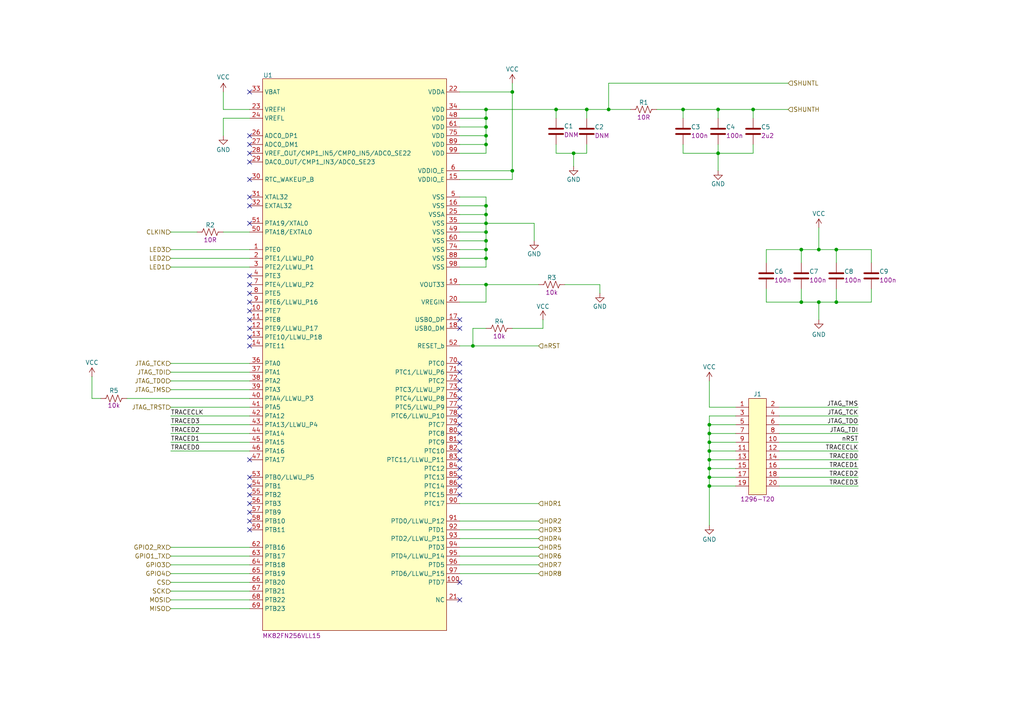
<source format=kicad_sch>
(kicad_sch (version 20231120) (generator "eeschema") (generator_version "8.0")
  (paper "A4")
  (lib_symbols
    (symbol "0603_Yageo_Res:RES_10R_0603" (pin_numbers hide)
      (property "Reference" "R" (at -20.32 5.08 0))
      (property "Display Value" "10R" (at 15.24 5.08 0))
      (symbol "RES_10R_0603_0_1"
        (polyline (pts (xy -2.286 0) (xy -2.54 0)))
        (polyline (pts (xy 2.286 0) (xy 2.54 0)))
        (polyline (pts (xy -2.286 0) (xy -1.905 1.016) (xy -1.524 0) (xy -1.143 -1.016) (xy -0.762 0)))
        (polyline (pts (xy -0.762 0) (xy -0.381 1.016) (xy 0 0) (xy 0.381 -1.016) (xy 0.762 0)))
        (polyline (pts (xy 0.762 0) (xy 1.143 1.016) (xy 1.524 0) (xy 1.905 -1.016) (xy 2.286 0)))
      )
      (symbol "RES_10R_0603_1_1"
        (pin passive line (at -3.81 0 0) (length 1.27) (name "~") (number "1"))
        (pin passive line (at 3.81 0 180) (length 1.27) (name "~") (number "2"))
      )
    )
    (symbol "0603_Yageo_Res:RES_10k_0603" (pin_numbers hide)
      (property "Reference" "R" (at -20.32 5.08 0))
      (property "Display Value" "10k" (at 15.24 5.08 0))
      (symbol "RES_10k_0603_0_1"
        (polyline (pts (xy -2.286 0) (xy -2.54 0)))
        (polyline (pts (xy 2.286 0) (xy 2.54 0)))
        (polyline (pts (xy -2.286 0) (xy -1.905 1.016) (xy -1.524 0) (xy -1.143 -1.016) (xy -0.762 0)))
        (polyline (pts (xy -0.762 0) (xy -0.381 1.016) (xy 0 0) (xy 0.381 -1.016) (xy 0.762 0)))
        (polyline (pts (xy 0.762 0) (xy 1.143 1.016) (xy 1.524 0) (xy 1.905 -1.016) (xy 2.286 0)))
      )
      (symbol "RES_10k_0603_1_1"
        (pin passive line (at -3.81 0 0) (length 1.27) (name "~") (number "1"))
        (pin passive line (at 3.81 0 180) (length 1.27) (name "~") (number "2"))
      )
    )
    (symbol "nae_caps:CAP_100n_6.3V_0603" (pin_numbers hide)
      (property "Reference" "C" (at -20.32 5.08 0))
      (property "Display Value" "100n" (at 15.24 5.08 0))
      (symbol "CAP_100n_6.3V_0603_0_1"
        (polyline (pts (xy -0.762 -2.032) (xy -0.762 2.032)) (stroke (width 0.508)))
        (polyline (pts (xy 0.762 -2.032) (xy 0.762 2.032)) (stroke (width 0.508)))
      )
      (symbol "CAP_100n_6.3V_0603_1_1"
        (pin passive line (at -3.81 0 0) (length 2.794) (name "~") (number "1"))
        (pin passive line (at 3.81 0 180) (length 2.794) (name "~") (number "2"))
      )
    )
    (symbol "nae_caps:CAP_2u2_6.3V_0603" (pin_numbers hide)
      (property "Reference" "C" (at -20.32 5.08 0))
      (property "Display Value" "2u2" (at 15.24 5.08 0))
      (symbol "CAP_2u2_6.3V_0603_0_1"
        (polyline (pts (xy -0.762 -2.032) (xy -0.762 2.032)) (stroke (width 0.508)))
        (polyline (pts (xy 0.762 -2.032) (xy 0.762 2.032)) (stroke (width 0.508)))
      )
      (symbol "CAP_2u2_6.3V_0603_1_1"
        (pin passive line (at -3.81 0 0) (length 2.794) (name "~") (number "1"))
        (pin passive line (at 3.81 0 180) (length 2.794) (name "~") (number "2"))
      )
    )
    (symbol "power:GND" (power) (pin_numbers hide) (pin_names (offset 0) hide)
      (property "Value" "GND" (at 0 -3.81 0))
      (symbol "GND_0_1"
        (polyline (pts (xy 0 0) (xy 0 -1.27) (xy 1.27 -1.27) (xy 0 -2.54) (xy -1.27 -1.27) (xy 0 -1.27)))
      )
      (symbol "GND_1_1"
        (pin power_in line (at 0 0 270) (length 0) (name "~") (number "1"))
      )
    )
    (symbol "power:VCC" (power) (pin_numbers hide) (pin_names (offset 0) hide)
      (property "Value" "VCC" (at 0 3.556 0))
      (symbol "VCC_0_1"
        (polyline (pts (xy -0.762 1.27) (xy 0 2.54)))
        (polyline (pts (xy 0 0) (xy 0 2.54)))
        (polyline (pts (xy 0 2.54) (xy 0.762 1.27)))
      )
      (symbol "VCC_1_1"
        (pin power_in line (at 0 0 90) (length 0) (name "~") (number "1"))
      )
    )
    (symbol "tutorial_2_library:20_pin_header"
      (property "Reference" "J" (at -2.54 3.81 0))
      (property "Display Value" "1296-T20" (at 0 -26.67 0))
      (symbol "20_pin_header_1_1"
        (rectangle (start -2.54 2.54) (end 2.54 -25.4) (fill (type background)))
        (pin unspecified line (at -6.35 0 0) (length 3.81) (name "") (number "1"))
        (pin unspecified line (at 6.35 -10.16 180) (length 3.81) (name "") (number "10"))
        (pin unspecified line (at -6.35 -12.7 0) (length 3.81) (name "") (number "11"))
        (pin unspecified line (at 6.35 -12.7 180) (length 3.81) (name "") (number "12"))
        (pin unspecified line (at -6.35 -15.24 0) (length 3.81) (name "") (number "13"))
        (pin unspecified line (at 6.35 -15.24 180) (length 3.81) (name "") (number "14"))
        (pin unspecified line (at -6.35 -17.78 0) (length 3.81) (name "") (number "15"))
        (pin unspecified line (at 6.35 -17.78 180) (length 3.81) (name "") (number "16"))
        (pin unspecified line (at -6.35 -20.32 0) (length 3.81) (name "") (number "17"))
        (pin unspecified line (at 6.35 -20.32 180) (length 3.81) (name "") (number "18"))
        (pin unspecified line (at -6.35 -22.86 0) (length 3.81) (name "") (number "19"))
        (pin unspecified line (at 6.35 0 180) (length 3.81) (name "") (number "2"))
        (pin unspecified line (at 6.35 -22.86 180) (length 3.81) (name "") (number "20"))
        (pin unspecified line (at -6.35 -2.54 0) (length 3.81) (name "") (number "3"))
        (pin unspecified line (at 6.35 -2.54 180) (length 3.81) (name "") (number "4"))
        (pin unspecified line (at -6.35 -5.08 0) (length 3.81) (name "") (number "5"))
        (pin unspecified line (at 6.35 -5.08 180) (length 3.81) (name "") (number "6"))
        (pin unspecified line (at -6.35 -7.62 0) (length 3.81) (name "") (number "7"))
        (pin unspecified line (at 6.35 -7.62 180) (length 3.81) (name "") (number "8"))
        (pin unspecified line (at -6.35 -10.16 0) (length 3.81) (name "") (number "9"))
      )
    )
    (symbol "tutorial_2_library:DNM_0603_cap" (pin_numbers hide)
      (property "Reference" "C" (at -20.32 5.08 0))
      (property "Display Value" "DNM" (at 15.24 5.08 0))
      (symbol "DNM_0603_cap_0_1"
        (polyline (pts (xy -0.762 -2.032) (xy -0.762 2.032)) (stroke (width 0.508)))
        (polyline (pts (xy 0.762 -2.032) (xy 0.762 2.032)) (stroke (width 0.508)))
      )
      (symbol "DNM_0603_cap_1_1"
        (pin passive line (at -3.81 0 0) (length 2.794) (name "~") (number "1"))
        (pin passive line (at 3.81 0 180) (length 2.794) (name "~") (number "2"))
      )
    )
    (symbol "tutorial_2_library:MK82FN256VLL15"
      (property "Reference" "U" (at -25.4 5.08 0))
      (property "Display Value" "MK82FN256VLL15" (at -17.78 -158.75 0))
      (symbol "MK82FN256VLL15_1_1"
        (rectangle (start -26.67 3.81) (end 26.67 -156.21) (fill (type background)))
        (pin unspecified line (at -30.48 -45.72 0) (length 3.81) (name "PTE0") (number "1"))
        (pin unspecified line (at -30.48 -63.5 0) (length 3.81) (name "PTE7") (number "10"))
        (pin unspecified line (at 30.48 -142.24 180) (length 3.81) (name "PTD7") (number "100"))
        (pin unspecified line (at -30.48 -66.04 0) (length 3.81) (name "PTE8") (number "11"))
        (pin unspecified line (at -30.48 -68.58 0) (length 3.81) (name "PTE9/LLWU_P17") (number "12"))
        (pin unspecified line (at -30.48 -71.12 0) (length 3.81) (name "PTE10/LLWU_P18") (number "13"))
        (pin unspecified line (at -30.48 -73.66 0) (length 3.81) (name "PTE11") (number "14"))
        (pin unspecified line (at 30.48 -25.4 180) (length 3.81) (name "VDDIO_E") (number "15"))
        (pin unspecified line (at 30.48 -33.02 180) (length 3.81) (name "VSS") (number "16"))
        (pin unspecified line (at 30.48 -66.04 180) (length 3.81) (name "USB0_DP") (number "17"))
        (pin unspecified line (at 30.48 -68.58 180) (length 3.81) (name "USB0_DM") (number "18"))
        (pin unspecified line (at 30.48 -55.88 180) (length 3.81) (name "VOUT33") (number "19"))
        (pin unspecified line (at -30.48 -48.26 0) (length 3.81) (name "PTE1/LLWU_P0") (number "2"))
        (pin unspecified line (at 30.48 -60.96 180) (length 3.81) (name "VREGIN") (number "20"))
        (pin unspecified line (at 30.48 -147.32 180) (length 3.81) (name "NC") (number "21"))
        (pin unspecified line (at 30.48 0 180) (length 3.81) (name "VDDA") (number "22"))
        (pin unspecified line (at -30.48 -5.08 0) (length 3.81) (name "VREFH") (number "23"))
        (pin unspecified line (at -30.48 -7.62 0) (length 3.81) (name "VREFL") (number "24"))
        (pin unspecified line (at 30.48 -35.56 180) (length 3.81) (name "VSSA") (number "25"))
        (pin unspecified line (at -30.48 -12.7 0) (length 3.81) (name "ADC0_DP1") (number "26"))
        (pin unspecified line (at -30.48 -15.24 0) (length 3.81) (name "ADC0_DM1") (number "27"))
        (pin unspecified line (at -30.48 -17.78 0) (length 3.81) (name "VREF_OUT/CMP1_IN5/CMP0_IN5/ADC0_SE22") (number "28"))
        (pin unspecified line (at -30.48 -20.32 0) (length 3.81) (name "DAC0_OUT/CMP1_IN3/ADC0_SE23") (number "29"))
        (pin unspecified line (at -30.48 -50.8 0) (length 3.81) (name "PTE2/LLWU_P1") (number "3"))
        (pin unspecified line (at -30.48 -25.4 0) (length 3.81) (name "RTC_WAKEUP_B") (number "30"))
        (pin unspecified line (at -30.48 -30.48 0) (length 3.81) (name "XTAL32") (number "31"))
        (pin unspecified line (at -30.48 -33.02 0) (length 3.81) (name "EXTAL32") (number "32"))
        (pin unspecified line (at -30.48 0 0) (length 3.81) (name "VBAT") (number "33"))
        (pin unspecified line (at 30.48 -5.08 180) (length 3.81) (name "VDD") (number "34"))
        (pin unspecified line (at 30.48 -38.1 180) (length 3.81) (name "VSS") (number "35"))
        (pin unspecified line (at -30.48 -78.74 0) (length 3.81) (name "PTA0") (number "36"))
        (pin unspecified line (at -30.48 -81.28 0) (length 3.81) (name "PTA1") (number "37"))
        (pin unspecified line (at -30.48 -83.82 0) (length 3.81) (name "PTA2") (number "38"))
        (pin unspecified line (at -30.48 -86.36 0) (length 3.81) (name "PTA3") (number "39"))
        (pin unspecified line (at -30.48 -53.34 0) (length 3.81) (name "PTE3") (number "4"))
        (pin unspecified line (at -30.48 -88.9 0) (length 3.81) (name "PTA4/LLWU_P3") (number "40"))
        (pin unspecified line (at -30.48 -91.44 0) (length 3.81) (name "PTA5") (number "41"))
        (pin unspecified line (at -30.48 -93.98 0) (length 3.81) (name "PTA12") (number "42"))
        (pin unspecified line (at -30.48 -96.52 0) (length 3.81) (name "PTA13/LLWU_P4") (number "43"))
        (pin unspecified line (at -30.48 -99.06 0) (length 3.81) (name "PTA14") (number "44"))
        (pin unspecified line (at -30.48 -101.6 0) (length 3.81) (name "PTA15") (number "45"))
        (pin unspecified line (at -30.48 -104.14 0) (length 3.81) (name "PTA16") (number "46"))
        (pin unspecified line (at -30.48 -106.68 0) (length 3.81) (name "PTA17") (number "47"))
        (pin unspecified line (at 30.48 -7.62 180) (length 3.81) (name "VDD") (number "48"))
        (pin unspecified line (at 30.48 -40.64 180) (length 3.81) (name "VSS") (number "49"))
        (pin unspecified line (at 30.48 -30.48 180) (length 3.81) (name "VSS") (number "5"))
        (pin unspecified line (at -30.48 -40.64 0) (length 3.81) (name "PTA18/EXTAL0") (number "50"))
        (pin unspecified line (at -30.48 -38.1 0) (length 3.81) (name "PTA19/XTAL0") (number "51"))
        (pin unspecified line (at 30.48 -73.66 180) (length 3.81) (name "RESET_b") (number "52"))
        (pin unspecified line (at -30.48 -111.76 0) (length 3.81) (name "PTB0/LLWU_P5") (number "53"))
        (pin unspecified line (at -30.48 -114.3 0) (length 3.81) (name "PTB1") (number "54"))
        (pin unspecified line (at -30.48 -116.84 0) (length 3.81) (name "PTB2") (number "55"))
        (pin unspecified line (at -30.48 -119.38 0) (length 3.81) (name "PTB3") (number "56"))
        (pin unspecified line (at -30.48 -121.92 0) (length 3.81) (name "PTB9") (number "57"))
        (pin unspecified line (at -30.48 -124.46 0) (length 3.81) (name "PTB10") (number "58"))
        (pin unspecified line (at -30.48 -127 0) (length 3.81) (name "PTB11") (number "59"))
        (pin unspecified line (at 30.48 -22.86 180) (length 3.81) (name "VDDIO_E") (number "6"))
        (pin unspecified line (at 30.48 -43.18 180) (length 3.81) (name "VSS") (number "60"))
        (pin unspecified line (at 30.48 -10.16 180) (length 3.81) (name "VDD") (number "61"))
        (pin unspecified line (at -30.48 -132.08 0) (length 3.81) (name "PTB16") (number "62"))
        (pin unspecified line (at -30.48 -134.62 0) (length 3.81) (name "PTB17") (number "63"))
        (pin unspecified line (at -30.48 -137.16 0) (length 3.81) (name "PTB18") (number "64"))
        (pin unspecified line (at -30.48 -139.7 0) (length 3.81) (name "PTB19") (number "65"))
        (pin unspecified line (at -30.48 -142.24 0) (length 3.81) (name "PTB20") (number "66"))
        (pin unspecified line (at -30.48 -144.78 0) (length 3.81) (name "PTB21") (number "67"))
        (pin unspecified line (at -30.48 -147.32 0) (length 3.81) (name "PTB22") (number "68"))
        (pin unspecified line (at -30.48 -149.86 0) (length 3.81) (name "PTB23") (number "69"))
        (pin unspecified line (at -30.48 -55.88 0) (length 3.81) (name "PTE4/LLWU_P2") (number "7"))
        (pin unspecified line (at 30.48 -78.74 180) (length 3.81) (name "PTC0") (number "70"))
        (pin unspecified line (at 30.48 -81.28 180) (length 3.81) (name "PTC1/LLWU_P6") (number "71"))
        (pin unspecified line (at 30.48 -83.82 180) (length 3.81) (name "PTC2") (number "72"))
        (pin unspecified line (at 30.48 -86.36 180) (length 3.81) (name "PTC3/LLWU_P7") (number "73"))
        (pin unspecified line (at 30.48 -45.72 180) (length 3.81) (name "VSS") (number "74"))
        (pin unspecified line (at 30.48 -12.7 180) (length 3.81) (name "VDD") (number "75"))
        (pin unspecified line (at 30.48 -88.9 180) (length 3.81) (name "PTC4/LLWU_P8") (number "76"))
        (pin unspecified line (at 30.48 -91.44 180) (length 3.81) (name "PTC5/LLWU_P9") (number "77"))
        (pin unspecified line (at 30.48 -93.98 180) (length 3.81) (name "PTC6/LLWU_P10") (number "78"))
        (pin unspecified line (at 30.48 -96.52 180) (length 3.81) (name "PTC7") (number "79"))
        (pin unspecified line (at -30.48 -58.42 0) (length 3.81) (name "PTE5") (number "8"))
        (pin unspecified line (at 30.48 -99.06 180) (length 3.81) (name "PTC8") (number "80"))
        (pin unspecified line (at 30.48 -101.6 180) (length 3.81) (name "PTC9") (number "81"))
        (pin unspecified line (at 30.48 -104.14 180) (length 3.81) (name "PTC10") (number "82"))
        (pin unspecified line (at 30.48 -106.68 180) (length 3.81) (name "PTC11/LLWU_P11") (number "83"))
        (pin unspecified line (at 30.48 -109.22 180) (length 3.81) (name "PTC12") (number "84"))
        (pin unspecified line (at 30.48 -111.76 180) (length 3.81) (name "PTC13") (number "85"))
        (pin unspecified line (at 30.48 -114.3 180) (length 3.81) (name "PTC14") (number "86"))
        (pin unspecified line (at 30.48 -116.84 180) (length 3.81) (name "PTC15") (number "87"))
        (pin unspecified line (at 30.48 -48.26 180) (length 3.81) (name "VSS") (number "88"))
        (pin unspecified line (at 30.48 -15.24 180) (length 3.81) (name "VDD") (number "89"))
        (pin unspecified line (at -30.48 -60.96 0) (length 3.81) (name "PTE6/LLWU_P16") (number "9"))
        (pin unspecified line (at 30.48 -119.38 180) (length 3.81) (name "PTC17") (number "90"))
        (pin unspecified line (at 30.48 -124.46 180) (length 3.81) (name "PTD0/LLWU_P12") (number "91"))
        (pin unspecified line (at 30.48 -127 180) (length 3.81) (name "PTD1") (number "92"))
        (pin unspecified line (at 30.48 -129.54 180) (length 3.81) (name "PTD2/LLWU_P13") (number "93"))
        (pin unspecified line (at 30.48 -132.08 180) (length 3.81) (name "PTD3") (number "94"))
        (pin unspecified line (at 30.48 -134.62 180) (length 3.81) (name "PTD4/LLWU_P14") (number "95"))
        (pin unspecified line (at 30.48 -137.16 180) (length 3.81) (name "PTD5") (number "96"))
        (pin unspecified line (at 30.48 -139.7 180) (length 3.81) (name "PTD6/LLWU_P15") (number "97"))
        (pin unspecified line (at 30.48 -50.8 180) (length 3.81) (name "VSS") (number "98"))
        (pin unspecified line (at 30.48 -17.78 180) (length 3.81) (name "VDD") (number "99"))
      )
    )
  )
  (junction (at 237.49 87.63))
  (junction (at 140.97 69.85))
  (junction (at 170.18 31.75))
  (junction (at 176.53 31.75))
  (junction (at 148.59 49.53))
  (junction (at 140.97 34.29))
  (junction (at 242.57 72.39))
  (junction (at 205.74 128.27))
  (junction (at 205.74 130.81))
  (junction (at 242.57 87.63))
  (junction (at 166.37 44.45))
  (junction (at 205.74 133.35))
  (junction (at 198.12 31.75))
  (junction (at 140.97 72.39))
  (junction (at 232.41 87.63))
  (junction (at 140.97 31.75))
  (junction (at 148.59 26.67))
  (junction (at 205.74 123.19))
  (junction (at 161.29 31.75))
  (junction (at 237.49 72.39))
  (junction (at 205.74 135.89))
  (junction (at 140.97 82.55))
  (junction (at 205.74 140.97))
  (junction (at 208.28 31.75))
  (junction (at 205.74 125.73))
  (junction (at 218.44 31.75))
  (junction (at 205.74 138.43))
  (junction (at 140.97 36.83))
  (junction (at 232.41 72.39))
  (junction (at 140.97 64.77))
  (junction (at 137.16 100.33))
  (junction (at 208.28 44.45))
  (junction (at 140.97 74.93))
  (junction (at 140.97 62.23))
  (junction (at 140.97 39.37))
  (junction (at 140.97 67.31))
  (junction (at 140.97 59.69))
  (junction (at 140.97 41.91))
  (no_connect (at 133.35 110.49))
  (no_connect (at 72.39 151.13))
  (no_connect (at 72.39 26.67))
  (no_connect (at 133.35 107.95))
  (no_connect (at 133.35 120.65))
  (no_connect (at 133.35 133.35))
  (no_connect (at 133.35 138.43))
  (no_connect (at 72.39 140.97))
  (no_connect (at 72.39 87.63))
  (no_connect (at 133.35 125.73))
  (no_connect (at 133.35 135.89))
  (no_connect (at 133.35 173.99))
  (no_connect (at 133.35 130.81))
  (no_connect (at 72.39 64.77))
  (no_connect (at 72.39 153.67))
  (no_connect (at 133.35 115.57))
  (no_connect (at 72.39 52.07))
  (no_connect (at 72.39 59.69))
  (no_connect (at 72.39 143.51))
  (no_connect (at 72.39 133.35))
  (no_connect (at 72.39 82.55))
  (no_connect (at 72.39 90.17))
  (no_connect (at 72.39 80.01))
  (no_connect (at 133.35 123.19))
  (no_connect (at 72.39 100.33))
  (no_connect (at 133.35 168.91))
  (no_connect (at 72.39 95.25))
  (no_connect (at 72.39 92.71))
  (no_connect (at 133.35 92.71))
  (no_connect (at 72.39 57.15))
  (no_connect (at 133.35 128.27))
  (no_connect (at 72.39 44.45))
  (no_connect (at 72.39 41.91))
  (no_connect (at 72.39 85.09))
  (no_connect (at 72.39 146.05))
  (no_connect (at 72.39 46.99))
  (no_connect (at 133.35 95.25))
  (no_connect (at 133.35 113.03))
  (no_connect (at 72.39 97.79))
  (no_connect (at 72.39 39.37))
  (no_connect (at 133.35 118.11))
  (no_connect (at 72.39 148.59))
  (no_connect (at 72.39 138.43))
  (no_connect (at 133.35 143.51))
  (no_connect (at 133.35 105.41))
  (no_connect (at 133.35 140.97))
  (wire (pts (xy 166.37 44.45) (xy 166.37 48.26)))
  (wire (pts (xy 49.53 161.29) (xy 72.39 161.29)))
  (wire (pts (xy 166.37 44.45) (xy 170.18 44.45)))
  (wire (pts (xy 133.35 87.63) (xy 140.97 87.63)))
  (wire (pts (xy 252.73 72.39) (xy 252.73 76.2)))
  (wire (pts (xy 133.35 156.21) (xy 156.21 156.21)))
  (wire (pts (xy 237.49 72.39) (xy 242.57 72.39)))
  (wire (pts (xy 49.53 72.39) (xy 72.39 72.39)))
  (wire (pts (xy 205.74 120.65) (xy 205.74 123.19)))
  (wire (pts (xy 205.74 110.49) (xy 205.74 118.11)))
  (wire (pts (xy 133.35 41.91) (xy 140.97 41.91)))
  (wire (pts (xy 205.74 133.35) (xy 205.74 135.89)))
  (wire (pts (xy 133.35 72.39) (xy 140.97 72.39)))
  (wire (pts (xy 205.74 128.27) (xy 205.74 130.81)))
  (wire (pts (xy 208.28 44.45) (xy 218.44 44.45)))
  (wire (pts (xy 205.74 140.97) (xy 213.36 140.97)))
  (wire (pts (xy 36.83 115.57) (xy 72.39 115.57)))
  (wire (pts (xy 133.35 100.33) (xy 137.16 100.33)))
  (wire (pts (xy 161.29 44.45) (xy 166.37 44.45)))
  (wire (pts (xy 205.74 125.73) (xy 213.36 125.73)))
  (wire (pts (xy 232.41 72.39) (xy 232.41 76.2)))
  (wire (pts (xy 161.29 31.75) (xy 170.18 31.75)))
  (wire (pts (xy 133.35 31.75) (xy 140.97 31.75)))
  (wire (pts (xy 205.74 140.97) (xy 205.74 152.4)))
  (wire (pts (xy 176.53 24.13) (xy 228.6 24.13)))
  (wire (pts (xy 49.53 168.91) (xy 72.39 168.91)))
  (wire (pts (xy 133.35 77.47) (xy 140.97 77.47)))
  (wire (pts (xy 49.53 163.83) (xy 72.39 163.83)))
  (wire (pts (xy 49.53 171.45) (xy 72.39 171.45)))
  (wire (pts (xy 72.39 31.75) (xy 64.77 31.75)))
  (wire (pts (xy 64.77 67.31) (xy 72.39 67.31)))
  (wire (pts (xy 208.28 44.45) (xy 208.28 49.53)))
  (wire (pts (xy 176.53 31.75) (xy 176.53 24.13)))
  (wire (pts (xy 49.53 128.27) (xy 72.39 128.27)))
  (wire (pts (xy 49.53 74.93) (xy 72.39 74.93)))
  (wire (pts (xy 140.97 57.15) (xy 140.97 59.69)))
  (wire (pts (xy 218.44 44.45) (xy 218.44 41.91)))
  (wire (pts (xy 140.97 64.77) (xy 154.94 64.77)))
  (wire (pts (xy 205.74 125.73) (xy 205.74 128.27)))
  (wire (pts (xy 140.97 34.29) (xy 140.97 36.83)))
  (wire (pts (xy 154.94 64.77) (xy 154.94 69.85)))
  (wire (pts (xy 198.12 41.91) (xy 198.12 44.45)))
  (wire (pts (xy 237.49 87.63) (xy 237.49 92.71)))
  (wire (pts (xy 161.29 41.91) (xy 161.29 44.45)))
  (wire (pts (xy 133.35 163.83) (xy 156.21 163.83)))
  (wire (pts (xy 176.53 31.75) (xy 182.88 31.75)))
  (wire (pts (xy 237.49 87.63) (xy 242.57 87.63)))
  (wire (pts (xy 133.35 64.77) (xy 140.97 64.77)))
  (wire (pts (xy 252.73 87.63) (xy 252.73 83.82)))
  (wire (pts (xy 49.53 105.41) (xy 72.39 105.41)))
  (wire (pts (xy 226.06 128.27) (xy 248.92 128.27)))
  (wire (pts (xy 140.97 31.75) (xy 140.97 34.29)))
  (wire (pts (xy 218.44 31.75) (xy 228.6 31.75)))
  (wire (pts (xy 208.28 31.75) (xy 218.44 31.75)))
  (wire (pts (xy 213.36 118.11) (xy 205.74 118.11)))
  (wire (pts (xy 49.53 166.37) (xy 72.39 166.37)))
  (wire (pts (xy 133.35 62.23) (xy 140.97 62.23)))
  (wire (pts (xy 232.41 83.82) (xy 232.41 87.63)))
  (wire (pts (xy 208.28 44.45) (xy 208.28 41.91)))
  (wire (pts (xy 190.5 31.75) (xy 198.12 31.75)))
  (wire (pts (xy 222.25 83.82) (xy 222.25 87.63)))
  (wire (pts (xy 140.97 41.91) (xy 140.97 44.45)))
  (wire (pts (xy 133.35 39.37) (xy 140.97 39.37)))
  (wire (pts (xy 218.44 31.75) (xy 218.44 34.29)))
  (wire (pts (xy 133.35 69.85) (xy 140.97 69.85)))
  (wire (pts (xy 133.35 44.45) (xy 140.97 44.45)))
  (wire (pts (xy 222.25 72.39) (xy 232.41 72.39)))
  (wire (pts (xy 170.18 31.75) (xy 170.18 34.29)))
  (wire (pts (xy 49.53 125.73) (xy 72.39 125.73)))
  (wire (pts (xy 133.35 153.67) (xy 156.21 153.67)))
  (wire (pts (xy 226.06 138.43) (xy 248.92 138.43)))
  (wire (pts (xy 140.97 31.75) (xy 161.29 31.75)))
  (wire (pts (xy 242.57 83.82) (xy 242.57 87.63)))
  (wire (pts (xy 205.74 130.81) (xy 205.74 133.35)))
  (wire (pts (xy 49.53 113.03) (xy 72.39 113.03)))
  (wire (pts (xy 49.53 120.65) (xy 72.39 120.65)))
  (wire (pts (xy 49.53 123.19) (xy 72.39 123.19)))
  (wire (pts (xy 205.74 130.81) (xy 213.36 130.81)))
  (wire (pts (xy 133.35 59.69) (xy 140.97 59.69)))
  (wire (pts (xy 49.53 176.53) (xy 72.39 176.53)))
  (wire (pts (xy 232.41 72.39) (xy 237.49 72.39)))
  (wire (pts (xy 170.18 44.45) (xy 170.18 41.91)))
  (wire (pts (xy 205.74 135.89) (xy 213.36 135.89)))
  (wire (pts (xy 140.97 39.37) (xy 140.97 41.91)))
  (wire (pts (xy 205.74 133.35) (xy 213.36 133.35)))
  (wire (pts (xy 133.35 52.07) (xy 148.59 52.07)))
  (wire (pts (xy 133.35 151.13) (xy 156.21 151.13)))
  (wire (pts (xy 205.74 123.19) (xy 205.74 125.73)))
  (wire (pts (xy 148.59 26.67) (xy 148.59 49.53)))
  (wire (pts (xy 133.35 57.15) (xy 140.97 57.15)))
  (wire (pts (xy 161.29 31.75) (xy 161.29 34.29)))
  (wire (pts (xy 157.48 92.71) (xy 157.48 95.25)))
  (wire (pts (xy 242.57 72.39) (xy 242.57 76.2)))
  (wire (pts (xy 140.97 82.55) (xy 156.21 82.55)))
  (wire (pts (xy 49.53 130.81) (xy 72.39 130.81)))
  (wire (pts (xy 205.74 135.89) (xy 205.74 138.43)))
  (wire (pts (xy 133.35 82.55) (xy 140.97 82.55)))
  (wire (pts (xy 222.25 87.63) (xy 232.41 87.63)))
  (wire (pts (xy 64.77 26.67) (xy 64.77 31.75)))
  (wire (pts (xy 226.06 118.11) (xy 248.92 118.11)))
  (wire (pts (xy 140.97 64.77) (xy 140.97 67.31)))
  (wire (pts (xy 49.53 110.49) (xy 72.39 110.49)))
  (wire (pts (xy 49.53 67.31) (xy 57.15 67.31)))
  (wire (pts (xy 173.99 82.55) (xy 173.99 85.09)))
  (wire (pts (xy 133.35 146.05) (xy 156.21 146.05)))
  (wire (pts (xy 148.59 24.13) (xy 148.59 26.67)))
  (wire (pts (xy 26.67 109.22) (xy 26.67 115.57)))
  (wire (pts (xy 140.97 74.93) (xy 140.97 77.47)))
  (wire (pts (xy 26.67 115.57) (xy 29.21 115.57)))
  (wire (pts (xy 226.06 135.89) (xy 248.92 135.89)))
  (wire (pts (xy 226.06 120.65) (xy 248.92 120.65)))
  (wire (pts (xy 49.53 173.99) (xy 72.39 173.99)))
  (wire (pts (xy 205.74 138.43) (xy 205.74 140.97)))
  (wire (pts (xy 49.53 118.11) (xy 72.39 118.11)))
  (wire (pts (xy 198.12 31.75) (xy 208.28 31.75)))
  (wire (pts (xy 198.12 31.75) (xy 198.12 34.29)))
  (wire (pts (xy 213.36 123.19) (xy 205.74 123.19)))
  (wire (pts (xy 226.06 125.73) (xy 248.92 125.73)))
  (wire (pts (xy 205.74 138.43) (xy 213.36 138.43)))
  (wire (pts (xy 140.97 69.85) (xy 140.97 72.39)))
  (wire (pts (xy 242.57 72.39) (xy 252.73 72.39)))
  (wire (pts (xy 237.49 66.04) (xy 237.49 72.39)))
  (wire (pts (xy 226.06 123.19) (xy 248.92 123.19)))
  (wire (pts (xy 133.35 49.53) (xy 148.59 49.53)))
  (wire (pts (xy 205.74 128.27) (xy 213.36 128.27)))
  (wire (pts (xy 222.25 76.2) (xy 222.25 72.39)))
  (wire (pts (xy 133.35 74.93) (xy 140.97 74.93)))
  (wire (pts (xy 163.83 82.55) (xy 173.99 82.55)))
  (wire (pts (xy 137.16 100.33) (xy 156.21 100.33)))
  (wire (pts (xy 133.35 166.37) (xy 156.21 166.37)))
  (wire (pts (xy 133.35 26.67) (xy 148.59 26.67)))
  (wire (pts (xy 49.53 107.95) (xy 72.39 107.95)))
  (wire (pts (xy 148.59 49.53) (xy 148.59 52.07)))
  (wire (pts (xy 242.57 87.63) (xy 252.73 87.63)))
  (wire (pts (xy 140.97 62.23) (xy 140.97 64.77)))
  (wire (pts (xy 140.97 95.25) (xy 137.16 95.25)))
  (wire (pts (xy 49.53 158.75) (xy 72.39 158.75)))
  (wire (pts (xy 148.59 95.25) (xy 157.48 95.25)))
  (wire (pts (xy 232.41 87.63) (xy 237.49 87.63)))
  (wire (pts (xy 208.28 31.75) (xy 208.28 34.29)))
  (wire (pts (xy 133.35 158.75) (xy 156.21 158.75)))
  (wire (pts (xy 170.18 31.75) (xy 176.53 31.75)))
  (wire (pts (xy 140.97 59.69) (xy 140.97 62.23)))
  (wire (pts (xy 140.97 72.39) (xy 140.97 74.93)))
  (wire (pts (xy 226.06 130.81) (xy 248.92 130.81)))
  (wire (pts (xy 133.35 36.83) (xy 140.97 36.83)))
  (wire (pts (xy 72.39 34.29) (xy 64.77 34.29)))
  (wire (pts (xy 64.77 34.29) (xy 64.77 39.37)))
  (wire (pts (xy 140.97 87.63) (xy 140.97 82.55)))
  (wire (pts (xy 140.97 67.31) (xy 140.97 69.85)))
  (wire (pts (xy 133.35 67.31) (xy 140.97 67.31)))
  (wire (pts (xy 133.35 34.29) (xy 140.97 34.29)))
  (wire (pts (xy 226.06 140.97) (xy 248.92 140.97)))
  (wire (pts (xy 49.53 77.47) (xy 72.39 77.47)))
  (wire (pts (xy 205.74 120.65) (xy 213.36 120.65)))
  (wire (pts (xy 198.12 44.45) (xy 208.28 44.45)))
  (wire (pts (xy 226.06 133.35) (xy 248.92 133.35)))
  (wire (pts (xy 133.35 161.29) (xy 156.21 161.29)))
  (wire (pts (xy 137.16 95.25) (xy 137.16 100.33)))
  (wire (pts (xy 140.97 36.83) (xy 140.97 39.37)))
  (label "TRACED2" (at 248.92 138.43 180))
  (label "TRACED0" (at 248.92 133.35 180))
  (label "JTAG_TDO" (at 248.92 123.19 180))
  (label "TRACECLK" (at 49.53 120.65 0))
  (label "JTAG_TCK" (at 248.92 120.65 180))
  (label "JTAG_TMS" (at 248.92 118.11 180))
  (label "TRACED1" (at 49.53 128.27 0))
  (label "TRACED3" (at 49.53 123.19 0))
  (label "TRACED0" (at 49.53 130.81 0))
  (label "TRACED3" (at 248.92 140.97 180))
  (label "TRACED1" (at 248.92 135.89 180))
  (label "TRACED2" (at 49.53 125.73 0))
  (label "JTAG_TDI" (at 248.92 125.73 180))
  (label "nRST" (at 248.92 128.27 180))
  (label "TRACECLK" (at 248.92 130.81 180))
  (hierarchical_label "HDR6" (shape input) (at 156.21 161.29 0))
  (hierarchical_label "JTAG_TMS" (shape input) (at 49.53 113.03 180))
  (hierarchical_label "GPIO1_TX" (shape input) (at 49.53 161.29 180))
  (hierarchical_label "HDR1" (shape input) (at 156.21 146.05 0))
  (hierarchical_label "GPIO4" (shape input) (at 49.53 166.37 180))
  (hierarchical_label "CS" (shape input) (at 49.53 168.91 180))
  (hierarchical_label "HDR2" (shape input) (at 156.21 151.13 0))
  (hierarchical_label "JTAG_TDI" (shape input) (at 49.53 107.95 180))
  (hierarchical_label "JTAG_TCK" (shape input) (at 49.53 105.41 180))
  (hierarchical_label "SCK" (shape input) (at 49.53 171.45 180))
  (hierarchical_label "LED3" (shape input) (at 49.53 72.39 180))
  (hierarchical_label "HDR5" (shape input) (at 156.21 158.75 0))
  (hierarchical_label "LED1" (shape input) (at 49.53 77.47 180))
  (hierarchical_label "SHUNTH" (shape input) (at 228.6 31.75 0))
  (hierarchical_label "CLKIN" (shape input) (at 49.53 67.31 180))
  (hierarchical_label "MOSI" (shape input) (at 49.53 173.99 180))
  (hierarchical_label "JTAG_TRST" (shape input) (at 49.53 118.11 180))
  (hierarchical_label "MISO" (shape input) (at 49.53 176.53 180))
  (hierarchical_label "GPIO2_RX" (shape input) (at 49.53 158.75 180))
  (hierarchical_label "HDR8" (shape input) (at 156.21 166.37 0))
  (hierarchical_label "HDR4" (shape input) (at 156.21 156.21 0))
  (hierarchical_label "LED2" (shape input) (at 49.53 74.93 180))
  (hierarchical_label "JTAG_TDO" (shape input) (at 49.53 110.49 180))
  (hierarchical_label "SHUNTL" (shape input) (at 228.6 24.13 0))
  (hierarchical_label "HDR3" (shape input) (at 156.21 153.67 0))
  (hierarchical_label "nRST" (shape input) (at 156.21 100.33 0))
  (hierarchical_label "GPIO3" (shape input) (at 49.53 163.83 180))
  (hierarchical_label "HDR7" (shape input) (at 156.21 163.83 0))
  (symbol (lib_id "nae_caps:CAP_100n_6.3V_0603") (at 252.73 80.01 90) (unit 1)
    (property "Reference" "C9" (at 255.016 78.74 90) (effects (justify right)))
    (property "Value" "CAP_100n_6.3V_0603" (effects (hide yes)))
    (property "Footprint" "Capacitor_SMD:C_0603_1608Metric" (effects (hide yes)))
    (property "Datasheet" "https://www.yageo.com/upload/media/product/productsearch/datasheet/mlcc/UPY-GPHC_X7R_6.3V-to-250V_24.pdf" (effects (hide yes)))
    (property "Description" "CAP CER 0.1UF 6.3V X7R 0603" (effects (hide yes)))
    (property "Display Value" "100n" (at 255.016 81.28 90) (effects (justify right)))
    (property "Manufacturer" "YAGEO" (effects (hide yes)))
    (property "Manufacturer Part Number" "CC0603KRX7R5BB104" (effects (hide yes)))
    (property "Supplier 1" "DigiKey" (effects (hide yes)))
    (property "Supplier 1 Part Number" "13-CC0603KRX7R5BB104CT-ND" (effects (hide yes)))
    (property "Supplier 2" "no_data" (effects (hide yes)))
    (property "Supplier 2 Part Number" "no_data" (effects (hide yes)))
  )
  (symbol (lib_id "nae_caps:CAP_2u2_6.3V_0603") (at 218.44 38.1 90) (unit 1)
    (property "Reference" "C5" (at 220.726 36.83 90) (effects (justify right)))
    (property "Value" "CAP_2u2_6.3V_0603" (effects (hide yes)))
    (property "Footprint" "Capacitor_SMD:C_0603_1608Metric" (effects (hide yes)))
    (property "Datasheet" "https://www.yageo.com/upload/media/product/productsearch/datasheet/mlcc/UPY-GPHC_X7R_6.3V-to-250V_24.pdf" (effects (hide yes)))
    (property "Description" "CAP CER 2.2UF 6.3V X7R 0603" (effects (hide yes)))
    (property "Display Value" "2u2" (at 220.726 39.37 90) (effects (justify right)))
    (property "Manufacturer" "YAGEO" (effects (hide yes)))
    (property "Manufacturer Part Number" "CC0603KRX7R5BB225" (effects (hide yes)))
    (property "Supplier 1" "DigiKey" (effects (hide yes)))
    (property "Supplier 1 Part Number" "311-1795-1-ND" (effects (hide yes)))
    (property "Supplier 2" "no_data" (effects (hide yes)))
    (property "Supplier 2 Part Number" "no_data" (effects (hide yes)))
  )
  (symbol (lib_id "power:GND") (at 154.94 69.85 0) (unit 1)
    (property "Reference" "#PWR013" (effects (hide yes)))
    (property "Value" "GND" (at 154.94 73.66 0))
    (property "Description" "Power symbol creates a global label with name \"GND\" , ground" (effects (hide yes)))
  )
  (symbol (lib_id "nae_caps:CAP_100n_6.3V_0603") (at 222.25 80.01 90) (unit 1)
    (property "Reference" "C6" (at 224.536 78.74 90) (effects (justify right)))
    (property "Value" "CAP_100n_6.3V_0603" (effects (hide yes)))
    (property "Footprint" "Capacitor_SMD:C_0603_1608Metric" (effects (hide yes)))
    (property "Datasheet" "https://www.yageo.com/upload/media/product/productsearch/datasheet/mlcc/UPY-GPHC_X7R_6.3V-to-250V_24.pdf" (effects (hide yes)))
    (property "Description" "CAP CER 0.1UF 6.3V X7R 0603" (effects (hide yes)))
    (property "Display Value" "100n" (at 224.536 81.28 90) (effects (justify right)))
    (property "Manufacturer" "YAGEO" (effects (hide yes)))
    (property "Manufacturer Part Number" "CC0603KRX7R5BB104" (effects (hide yes)))
    (property "Supplier 1" "DigiKey" (effects (hide yes)))
    (property "Supplier 1 Part Number" "13-CC0603KRX7R5BB104CT-ND" (effects (hide yes)))
    (property "Supplier 2" "no_data" (effects (hide yes)))
    (property "Supplier 2 Part Number" "no_data" (effects (hide yes)))
  )
  (symbol (lib_id "nae_caps:CAP_100n_6.3V_0603") (at 198.12 38.1 90) (unit 1)
    (property "Reference" "C3" (at 200.406 36.83 90) (effects (justify right)))
    (property "Value" "CAP_100n_6.3V_0603" (effects (hide yes)))
    (property "Footprint" "Capacitor_SMD:C_0603_1608Metric" (effects (hide yes)))
    (property "Datasheet" "https://www.yageo.com/upload/media/product/productsearch/datasheet/mlcc/UPY-GPHC_X7R_6.3V-to-250V_24.pdf" (effects (hide yes)))
    (property "Description" "CAP CER 0.1UF 6.3V X7R 0603" (effects (hide yes)))
    (property "Display Value" "100n" (at 200.406 39.37 90) (effects (justify right)))
    (property "Manufacturer" "YAGEO" (effects (hide yes)))
    (property "Manufacturer Part Number" "CC0603KRX7R5BB104" (effects (hide yes)))
    (property "Supplier 1" "DigiKey" (effects (hide yes)))
    (property "Supplier 1 Part Number" "13-CC0603KRX7R5BB104CT-ND" (effects (hide yes)))
    (property "Supplier 2" "no_data" (effects (hide yes)))
    (property "Supplier 2 Part Number" "no_data" (effects (hide yes)))
  )
  (symbol (lib_id "tutorial_2_library:MK82FN256VLL15") (at 102.87 26.67 0) (unit 1)
    (property "Reference" "U1" (at 77.724 21.844 0))
    (property "Value" "MK82FN256VLL15" (effects (hide yes)))
    (property "Footprint" "Package_QFP:LQFP-100_14x14mm_P0.5mm" (effects (hide yes)))
    (property "Datasheet" "https://www.nxp.com/docs/en/data-sheet/K82P121M150SF5.pdf" (effects (hide yes)))
    (property "Description" "IC MCU 32BIT 256KB FLASH 100LQFP" (effects (hide yes)))
    (property "Display Value" "MK82FN256VLL15" (at 84.582 184.404 0))
    (property "Manufacturer" "NXP USA Inc." (effects (hide yes)))
    (property "Manufacturer Part Number" "MK82FN256VLL15" (effects (hide yes)))
    (property "Supplier 1" "DigiKey" (effects (hide yes)))
    (property "Supplier 1 Part Number" "MK82FN256VLL15-ND" (effects (hide yes)))
  )
  (symbol (lib_id "power:GND") (at 237.49 92.71 0) (unit 1)
    (property "Reference" "#PWR017" (effects (hide yes)))
    (property "Value" "GND" (at 237.49 97.028 0))
    (property "Description" "Power symbol creates a global label with name \"GND\" , ground" (effects (hide yes)))
  )
  (symbol (lib_id "tutorial_2_library:20_pin_header") (at 219.71 118.11 0) (unit 1)
    (property "Reference" "J1" (at 219.71 114.3 0))
    (property "Value" "20_pin" (effects (hide yes)))
    (property "Footprint" "Connector_PinHeader_1.00mm:PinHeader_2x10_P1.00mm_Vertical_SMD" (effects (hide yes)))
    (property "Datasheet" "https://cdn.amphenol-cs.com/media/wysiwyg/files/documentation/datasheet/boardwiretoboard/bwb_minitek127_btb.pdf" (effects (hide yes)))
    (property "Description" "CONN HEADER SMD 20POS 1.27MM" (effects (hide yes)))
    (property "Display Value" "1296-T20" (at 219.71 144.78 0))
    (property "Manufacturer" "Amphenol ICC (FCI)" (effects (hide yes)))
    (property "Manufacturer Part Number" "20021121-00020T4LF" (effects (hide yes)))
    (property "Supplier 1" "DigiKey" (effects (hide yes)))
    (property "Supplier 1 Part Number" "20021121-00020T4LF-ND" (effects (hide yes)))
  )
  (symbol (lib_id "0603_Yageo_Res:RES_10k_0603") (at 33.02 115.57 0) (unit 1)
    (property "Reference" "R5" (at 33.02 113.284 0))
    (property "Value" "RES_10k_0603" (effects (hide yes)))
    (property "Footprint" "Resistor_SMD:R_0603_1608Metric" (effects (hide yes)))
    (property "Datasheet" "https://www.yageo.com/upload/media/product/products/datasheet/rchip/PYu-RC_Group_51_RoHS_L_12.pdf" (effects (hide yes)))
    (property "Description" "RES 10K OHM 1% 1/10W 0603" (effects (hide yes)))
    (property "Display Value" "10k" (at 33.02 117.602 0))
    (property "Manufacturer" "YAGEO" (effects (hide yes)))
    (property "Manufacturer Part Number" "RC0603FR-0710KL" (effects (hide yes)))
    (property "Supplier 1" "DigiKey" (effects (hide yes)))
    (property "Supplier 1 Part Number" "311-10.0KHRCT-ND" (effects (hide yes)))
    (property "Supplier 2" "no_data" (effects (hide yes)))
    (property "Supplier 2 Part Number" "no_data" (effects (hide yes)))
  )
  (symbol (lib_id "0603_Yageo_Res:RES_10k_0603") (at 160.02 82.55 0) (unit 1)
    (property "Reference" "R3" (at 160.02 80.518 0))
    (property "Value" "RES_10k_0603" (effects (hide yes)))
    (property "Footprint" "Resistor_SMD:R_0603_1608Metric" (effects (hide yes)))
    (property "Datasheet" "https://www.yageo.com/upload/media/product/products/datasheet/rchip/PYu-RC_Group_51_RoHS_L_12.pdf" (effects (hide yes)))
    (property "Description" "RES 10K OHM 1% 1/10W 0603" (effects (hide yes)))
    (property "Display Value" "10k" (at 160.02 84.836 0))
    (property "Manufacturer" "YAGEO" (effects (hide yes)))
    (property "Manufacturer Part Number" "RC0603FR-0710KL" (effects (hide yes)))
    (property "Supplier 1" "DigiKey" (effects (hide yes)))
    (property "Supplier 1 Part Number" "311-10.0KHRCT-ND" (effects (hide yes)))
    (property "Supplier 2" "no_data" (effects (hide yes)))
    (property "Supplier 2 Part Number" "no_data" (effects (hide yes)))
  )
  (symbol (lib_id "power:GND") (at 64.77 39.37 0) (unit 1)
    (property "Reference" "#PWR08" (effects (hide yes)))
    (property "Value" "GND" (at 64.77 43.434 0))
    (property "Description" "Power symbol creates a global label with name \"GND\" , ground" (effects (hide yes)))
  )
  (symbol (lib_id "power:GND") (at 166.37 48.26 0) (unit 1)
    (property "Reference" "#PWR015" (effects (hide yes)))
    (property "Value" "GND" (at 166.37 52.07 0))
    (property "Description" "Power symbol creates a global label with name \"GND\" , ground" (effects (hide yes)))
  )
  (symbol (lib_id "0603_Yageo_Res:RES_10R_0603") (at 60.96 67.31 0) (unit 1)
    (property "Reference" "R2" (at 60.96 65.278 0))
    (property "Value" "RES_10R_0603" (effects (hide yes)))
    (property "Footprint" "Resistor_SMD:R_0603_1608Metric" (effects (hide yes)))
    (property "Datasheet" "https://www.yageo.com/upload/media/product/products/datasheet/rchip/PYu-RC_Group_51_RoHS_L_12.pdf" (effects (hide yes)))
    (property "Description" "RES 10 OHM 1% 1/10W 0603" (effects (hide yes)))
    (property "Display Value" "10R" (at 60.96 69.596 0))
    (property "Manufacturer" "YAGEO" (effects (hide yes)))
    (property "Manufacturer Part Number" "RC0603FR-0710RL" (effects (hide yes)))
    (property "Supplier 1" "DigiKey" (effects (hide yes)))
    (property "Supplier 1 Part Number" "311-10.0HRCT-ND" (effects (hide yes)))
    (property "Supplier 2" "no_data" (effects (hide yes)))
    (property "Supplier 2 Part Number" "no_data" (effects (hide yes)))
  )
  (symbol (lib_id "power:GND") (at 208.28 49.53 0) (unit 1)
    (property "Reference" "#PWR016" (effects (hide yes)))
    (property "Value" "GND" (at 208.28 53.34 0))
    (property "Description" "Power symbol creates a global label with name \"GND\" , ground" (effects (hide yes)))
  )
  (symbol (lib_id "0603_Yageo_Res:RES_10k_0603") (at 144.78 95.25 0) (unit 1)
    (property "Reference" "R4" (at 144.78 93.218 0))
    (property "Value" "RES_10k_0603" (effects (hide yes)))
    (property "Footprint" "Resistor_SMD:R_0603_1608Metric" (effects (hide yes)))
    (property "Datasheet" "https://www.yageo.com/upload/media/product/products/datasheet/rchip/PYu-RC_Group_51_RoHS_L_12.pdf" (effects (hide yes)))
    (property "Description" "RES 10K OHM 1% 1/10W 0603" (effects (hide yes)))
    (property "Display Value" "10k" (at 144.78 97.536 0))
    (property "Manufacturer" "YAGEO" (effects (hide yes)))
    (property "Manufacturer Part Number" "RC0603FR-0710KL" (effects (hide yes)))
    (property "Supplier 1" "DigiKey" (effects (hide yes)))
    (property "Supplier 1 Part Number" "311-10.0KHRCT-ND" (effects (hide yes)))
    (property "Supplier 2" "no_data" (effects (hide yes)))
    (property "Supplier 2 Part Number" "no_data" (effects (hide yes)))
  )
  (symbol (lib_id "power:VCC") (at 237.49 66.04 0) (unit 1)
    (property "Reference" "#PWR018" (effects (hide yes)))
    (property "Value" "VCC" (at 237.49 61.976 0))
    (property "Description" "Power symbol creates a global label with name \"VCC\"" (effects (hide yes)))
  )
  (symbol (lib_id "power:VCC") (at 64.77 26.67 0) (unit 1)
    (property "Reference" "#PWR09" (effects (hide yes)))
    (property "Value" "VCC" (at 64.77 22.352 0))
    (property "Description" "Power symbol creates a global label with name \"VCC\"" (effects (hide yes)))
  )
  (symbol (lib_id "power:VCC") (at 148.59 24.13 0) (unit 1)
    (property "Reference" "#PWR014" (effects (hide yes)))
    (property "Value" "VCC" (at 148.59 20.066 0))
    (property "Description" "Power symbol creates a global label with name \"VCC\"" (effects (hide yes)))
  )
  (symbol (lib_id "nae_caps:CAP_100n_6.3V_0603") (at 208.28 38.1 90) (unit 1)
    (property "Reference" "C4" (at 210.566 36.83 90) (effects (justify right)))
    (property "Value" "CAP_100n_6.3V_0603" (effects (hide yes)))
    (property "Footprint" "Capacitor_SMD:C_0603_1608Metric" (effects (hide yes)))
    (property "Datasheet" "https://www.yageo.com/upload/media/product/productsearch/datasheet/mlcc/UPY-GPHC_X7R_6.3V-to-250V_24.pdf" (effects (hide yes)))
    (property "Description" "CAP CER 0.1UF 6.3V X7R 0603" (effects (hide yes)))
    (property "Display Value" "100n" (at 210.566 39.37 90) (effects (justify right)))
    (property "Manufacturer" "YAGEO" (effects (hide yes)))
    (property "Manufacturer Part Number" "CC0603KRX7R5BB104" (effects (hide yes)))
    (property "Supplier 1" "DigiKey" (effects (hide yes)))
    (property "Supplier 1 Part Number" "13-CC0603KRX7R5BB104CT-ND" (effects (hide yes)))
    (property "Supplier 2" "no_data" (effects (hide yes)))
    (property "Supplier 2 Part Number" "no_data" (effects (hide yes)))
  )
  (symbol (lib_id "power:VCC") (at 205.74 110.49 0) (unit 1)
    (property "Reference" "#PWR06" (effects (hide yes)))
    (property "Value" "VCC" (at 205.74 106.426 0))
    (property "Description" "Power symbol creates a global label with name \"VCC\"" (effects (hide yes)))
  )
  (symbol (lib_id "nae_caps:CAP_100n_6.3V_0603") (at 242.57 80.01 90) (unit 1)
    (property "Reference" "C8" (at 244.856 78.74 90) (effects (justify right)))
    (property "Value" "CAP_100n_6.3V_0603" (effects (hide yes)))
    (property "Footprint" "Capacitor_SMD:C_0603_1608Metric" (effects (hide yes)))
    (property "Datasheet" "https://www.yageo.com/upload/media/product/productsearch/datasheet/mlcc/UPY-GPHC_X7R_6.3V-to-250V_24.pdf" (effects (hide yes)))
    (property "Description" "CAP CER 0.1UF 6.3V X7R 0603" (effects (hide yes)))
    (property "Display Value" "100n" (at 244.856 81.28 90) (effects (justify right)))
    (property "Manufacturer" "YAGEO" (effects (hide yes)))
    (property "Manufacturer Part Number" "CC0603KRX7R5BB104" (effects (hide yes)))
    (property "Supplier 1" "DigiKey" (effects (hide yes)))
    (property "Supplier 1 Part Number" "13-CC0603KRX7R5BB104CT-ND" (effects (hide yes)))
    (property "Supplier 2" "no_data" (effects (hide yes)))
    (property "Supplier 2 Part Number" "no_data" (effects (hide yes)))
  )
  (symbol (lib_id "power:GND") (at 173.99 85.09 0) (unit 1)
    (property "Reference" "#PWR012" (effects (hide yes)))
    (property "Value" "GND" (at 173.99 88.9 0))
    (property "Description" "Power symbol creates a global label with name \"GND\" , ground" (effects (hide yes)))
  )
  (symbol (lib_id "tutorial_2_library:DNM_0603_cap") (at 170.18 38.1 270) (unit 1)
    (property "Reference" "C2" (at 172.466 36.83 90) (effects (justify left)))
    (property "Value" "DNM_CAP_0603" (effects (hide yes)))
    (property "Footprint" "Capacitor_SMD:C_0603_1608Metric" (effects (hide yes)))
    (property "Datasheet" "https://content.kemet.com/datasheets/KEM_C1006_X5R_SMD.pdf" (effects (hide yes)))
    (property "Description" "Non mounted 0603_1608 ceramic capacitor" (effects (hide yes)))
    (property "Display Value" "DNM" (at 172.466 39.37 90) (effects (justify left)))
    (property "Manufacturer" "KEMET" (effects (hide yes)))
    (property "Manufacturer Part Number" "C0603C225K4PAC7867" (effects (hide yes)))
    (property "Supplier 1" "DigiKey" (effects (hide yes)))
    (property "Supplier 1 Part Number" "399-C0603C225K4PAC7867CT-ND" (effects (hide yes)))
  )
  (symbol (lib_id "tutorial_2_library:DNM_0603_cap") (at 161.29 38.1 270) (unit 1)
    (property "Reference" "C1" (at 163.576 36.576 90) (effects (justify left)))
    (property "Value" "DNM_CAP_0603" (effects (hide yes)))
    (property "Footprint" "Capacitor_SMD:C_0603_1608Metric" (effects (hide yes)))
    (property "Datasheet" "https://content.kemet.com/datasheets/KEM_C1006_X5R_SMD.pdf" (effects (hide yes)))
    (property "Description" "Non mounted 0603_1608 ceramic capacitor" (effects (hide yes)))
    (property "Display Value" "DNM" (at 163.576 39.116 90) (effects (justify left)))
    (property "Manufacturer" "KEMET" (effects (hide yes)))
    (property "Manufacturer Part Number" "C0603C225K4PAC7867" (effects (hide yes)))
    (property "Supplier 1" "DigiKey" (effects (hide yes)))
    (property "Supplier 1 Part Number" "399-C0603C225K4PAC7867CT-ND" (effects (hide yes)))
  )
  (symbol (lib_id "power:VCC") (at 26.67 109.22 0) (unit 1)
    (property "Reference" "#PWR010" (effects (hide yes)))
    (property "Value" "VCC" (at 26.67 105.156 0))
    (property "Description" "Power symbol creates a global label with name \"VCC\"" (effects (hide yes)))
  )
  (symbol (lib_id "nae_caps:CAP_100n_6.3V_0603") (at 232.41 80.01 90) (unit 1)
    (property "Reference" "C7" (at 234.696 78.74 90) (effects (justify right)))
    (property "Value" "CAP_100n_6.3V_0603" (effects (hide yes)))
    (property "Footprint" "Capacitor_SMD:C_0603_1608Metric" (effects (hide yes)))
    (property "Datasheet" "https://www.yageo.com/upload/media/product/productsearch/datasheet/mlcc/UPY-GPHC_X7R_6.3V-to-250V_24.pdf" (effects (hide yes)))
    (property "Description" "CAP CER 0.1UF 6.3V X7R 0603" (effects (hide yes)))
    (property "Display Value" "100n" (at 234.696 81.28 90) (effects (justify right)))
    (property "Manufacturer" "YAGEO" (effects (hide yes)))
    (property "Manufacturer Part Number" "CC0603KRX7R5BB104" (effects (hide yes)))
    (property "Supplier 1" "DigiKey" (effects (hide yes)))
    (property "Supplier 1 Part Number" "13-CC0603KRX7R5BB104CT-ND" (effects (hide yes)))
    (property "Supplier 2" "no_data" (effects (hide yes)))
    (property "Supplier 2 Part Number" "no_data" (effects (hide yes)))
  )
  (symbol (lib_id "power:GND") (at 205.74 152.4 0) (unit 1)
    (property "Reference" "#PWR07" (effects (hide yes)))
    (property "Value" "GND" (at 205.74 156.464 0))
    (property "Description" "Power symbol creates a global label with name \"GND\" , ground" (effects (hide yes)))
  )
  (symbol (lib_id "0603_Yageo_Res:RES_10R_0603") (at 186.69 31.75 0) (unit 1)
    (property "Reference" "R1" (at 186.69 29.718 0))
    (property "Value" "RES_10R_0603" (effects (hide yes)))
    (property "Footprint" "Resistor_SMD:R_0603_1608Metric" (effects (hide yes)))
    (property "Datasheet" "https://www.yageo.com/upload/media/product/products/datasheet/rchip/PYu-RC_Group_51_RoHS_L_12.pdf" (effects (hide yes)))
    (property "Description" "RES 10 OHM 1% 1/10W 0603" (effects (hide yes)))
    (property "Display Value" "10R" (at 186.69 34.036 0))
    (property "Manufacturer" "YAGEO" (effects (hide yes)))
    (property "Manufacturer Part Number" "RC0603FR-0710RL" (effects (hide yes)))
    (property "Supplier 1" "DigiKey" (effects (hide yes)))
    (property "Supplier 1 Part Number" "311-10.0HRCT-ND" (effects (hide yes)))
    (property "Supplier 2" "no_data" (effects (hide yes)))
    (property "Supplier 2 Part Number" "no_data" (effects (hide yes)))
  )
  (symbol (lib_id "power:VCC") (at 157.48 92.71 0) (unit 1)
    (property "Reference" "#PWR011" (effects (hide yes)))
    (property "Value" "VCC" (at 157.48 88.9 0))
    (property "Description" "Power symbol creates a global label with name \"VCC\"" (effects (hide yes)))
  )
)
</source>
